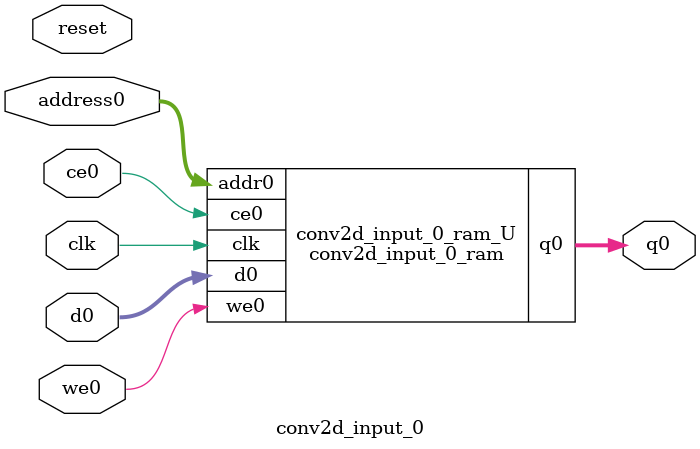
<source format=v>
`timescale 1 ns / 1 ps
module conv2d_input_0_ram (addr0, ce0, d0, we0, q0,  clk);

parameter DWIDTH = 32;
parameter AWIDTH = 14;
parameter MEM_SIZE = 12288;

input[AWIDTH-1:0] addr0;
input ce0;
input[DWIDTH-1:0] d0;
input we0;
output reg[DWIDTH-1:0] q0;
input clk;

(* ram_style = "block" *)reg [DWIDTH-1:0] ram[0:MEM_SIZE-1];




always @(posedge clk)  
begin 
    if (ce0) begin
        if (we0) 
            ram[addr0] <= d0; 
        q0 <= ram[addr0];
    end
end


endmodule

`timescale 1 ns / 1 ps
module conv2d_input_0(
    reset,
    clk,
    address0,
    ce0,
    we0,
    d0,
    q0);

parameter DataWidth = 32'd32;
parameter AddressRange = 32'd12288;
parameter AddressWidth = 32'd14;
input reset;
input clk;
input[AddressWidth - 1:0] address0;
input ce0;
input we0;
input[DataWidth - 1:0] d0;
output[DataWidth - 1:0] q0;



conv2d_input_0_ram conv2d_input_0_ram_U(
    .clk( clk ),
    .addr0( address0 ),
    .ce0( ce0 ),
    .we0( we0 ),
    .d0( d0 ),
    .q0( q0 ));

endmodule


</source>
